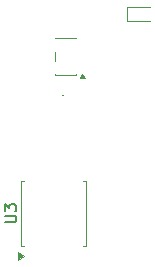
<source format=gbr>
%TF.GenerationSoftware,KiCad,Pcbnew,9.0.6*%
%TF.CreationDate,2025-11-18T16:50:13-05:00*%
%TF.ProjectId,Rev. 3,5265762e-2033-42e6-9b69-6361645f7063,rev?*%
%TF.SameCoordinates,Original*%
%TF.FileFunction,Legend,Top*%
%TF.FilePolarity,Positive*%
%FSLAX46Y46*%
G04 Gerber Fmt 4.6, Leading zero omitted, Abs format (unit mm)*
G04 Created by KiCad (PCBNEW 9.0.6) date 2025-11-18 16:50:13*
%MOMM*%
%LPD*%
G01*
G04 APERTURE LIST*
%ADD10C,0.150000*%
%ADD11C,0.120000*%
%ADD12C,0.100000*%
G04 APERTURE END LIST*
D10*
X211327586Y-89442171D02*
X212137109Y-89442171D01*
X212137109Y-89442171D02*
X212232347Y-89394552D01*
X212232347Y-89394552D02*
X212279967Y-89346933D01*
X212279967Y-89346933D02*
X212327586Y-89251695D01*
X212327586Y-89251695D02*
X212327586Y-89061219D01*
X212327586Y-89061219D02*
X212279967Y-88965981D01*
X212279967Y-88965981D02*
X212232347Y-88918362D01*
X212232347Y-88918362D02*
X212137109Y-88870743D01*
X212137109Y-88870743D02*
X211327586Y-88870743D01*
X211327586Y-88489790D02*
X211327586Y-87870743D01*
X211327586Y-87870743D02*
X211708538Y-88204076D01*
X211708538Y-88204076D02*
X211708538Y-88061219D01*
X211708538Y-88061219D02*
X211756157Y-87965981D01*
X211756157Y-87965981D02*
X211803776Y-87918362D01*
X211803776Y-87918362D02*
X211899014Y-87870743D01*
X211899014Y-87870743D02*
X212137109Y-87870743D01*
X212137109Y-87870743D02*
X212232347Y-87918362D01*
X212232347Y-87918362D02*
X212279967Y-87965981D01*
X212279967Y-87965981D02*
X212327586Y-88061219D01*
X212327586Y-88061219D02*
X212327586Y-88346933D01*
X212327586Y-88346933D02*
X212279967Y-88442171D01*
X212279967Y-88442171D02*
X212232347Y-88489790D01*
D11*
%TO.C,U1*%
X215557767Y-73807767D02*
X217377767Y-73807767D01*
X215557767Y-73857767D02*
X215557767Y-73807767D01*
X215557767Y-75757767D02*
X215557767Y-74977767D01*
X215557767Y-76927767D02*
X215557767Y-76877767D01*
X217377767Y-73807767D02*
X217377767Y-73857767D01*
X217377767Y-76877767D02*
X217377767Y-76927767D01*
X217377767Y-76927767D02*
X215557767Y-76927767D01*
X218157767Y-77207767D02*
X217677767Y-77207767D01*
X217917767Y-76877767D01*
X218157767Y-77207767D01*
G36*
X218157767Y-77207767D02*
G01*
X217677767Y-77207767D01*
X217917767Y-76877767D01*
X218157767Y-77207767D01*
G37*
%TO.C,D2*%
X221707767Y-71167767D02*
X221707767Y-72367767D01*
X223667767Y-71167767D02*
X221707767Y-71167767D01*
X223667767Y-72367767D02*
X221707767Y-72367767D01*
%TO.C,U3*%
X212712767Y-85920267D02*
X212982767Y-85920267D01*
X212712767Y-91440267D02*
X212712767Y-85920267D01*
X212982767Y-91440267D02*
X212712767Y-91440267D01*
X217962767Y-85920267D02*
X218232767Y-85920267D01*
X218232767Y-85920267D02*
X218232767Y-91440267D01*
X218232767Y-91440267D02*
X217962767Y-91440267D01*
X212972767Y-92270267D02*
X212502767Y-92610267D01*
X212502767Y-91930267D01*
X212972767Y-92270267D01*
G36*
X212972767Y-92270267D02*
G01*
X212502767Y-92610267D01*
X212502767Y-91930267D01*
X212972767Y-92270267D01*
G37*
D12*
%TO.C,D1*%
X216322767Y-78667767D02*
G75*
G02*
X216222767Y-78667767I-50000J0D01*
G01*
X216222767Y-78667767D02*
G75*
G02*
X216322767Y-78667767I50000J0D01*
G01*
%TD*%
M02*

</source>
